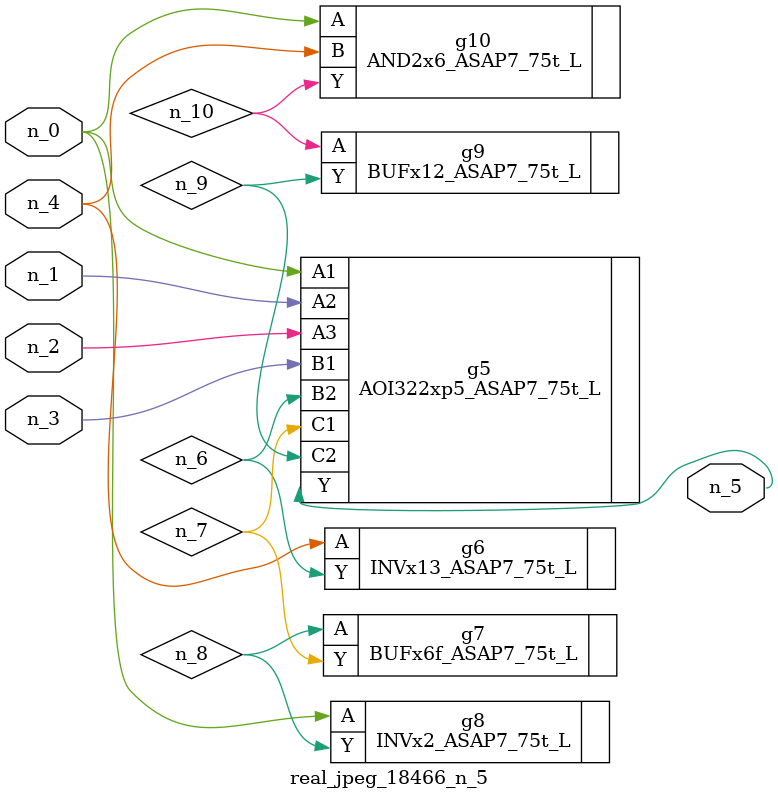
<source format=v>
module real_jpeg_18466_n_5 (n_4, n_0, n_1, n_2, n_3, n_5);

input n_4;
input n_0;
input n_1;
input n_2;
input n_3;

output n_5;

wire n_8;
wire n_6;
wire n_7;
wire n_10;
wire n_9;

AOI322xp5_ASAP7_75t_L g5 ( 
.A1(n_0),
.A2(n_1),
.A3(n_2),
.B1(n_3),
.B2(n_6),
.C1(n_7),
.C2(n_9),
.Y(n_5)
);

INVx2_ASAP7_75t_L g8 ( 
.A(n_0),
.Y(n_8)
);

AND2x6_ASAP7_75t_L g10 ( 
.A(n_0),
.B(n_4),
.Y(n_10)
);

INVx13_ASAP7_75t_L g6 ( 
.A(n_4),
.Y(n_6)
);

BUFx6f_ASAP7_75t_L g7 ( 
.A(n_8),
.Y(n_7)
);

BUFx12_ASAP7_75t_L g9 ( 
.A(n_10),
.Y(n_9)
);


endmodule
</source>
